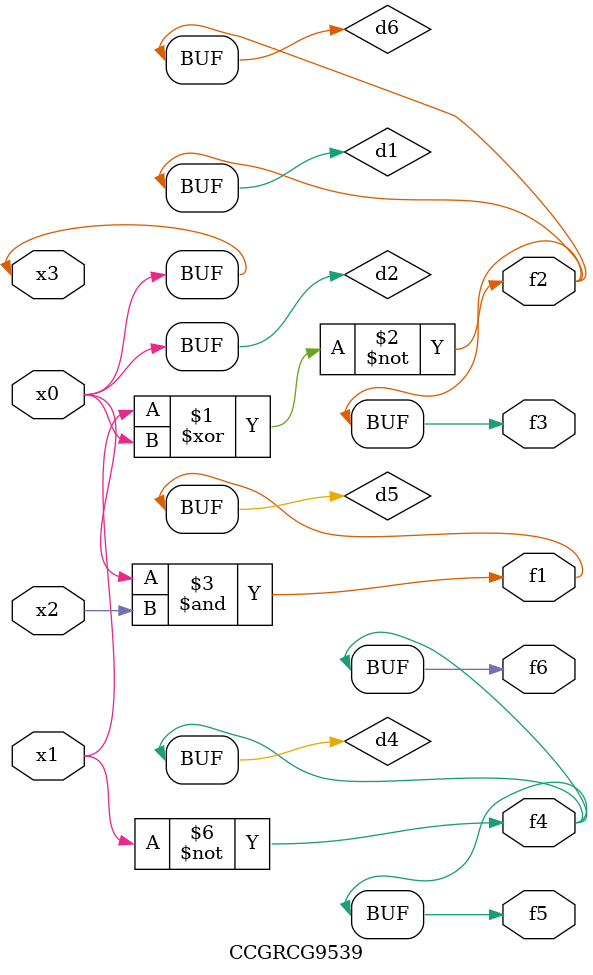
<source format=v>
module CCGRCG9539(
	input x0, x1, x2, x3,
	output f1, f2, f3, f4, f5, f6
);

	wire d1, d2, d3, d4, d5, d6;

	xnor (d1, x1, x3);
	buf (d2, x0, x3);
	nand (d3, x0, x2);
	not (d4, x1);
	nand (d5, d3);
	or (d6, d1);
	assign f1 = d5;
	assign f2 = d6;
	assign f3 = d6;
	assign f4 = d4;
	assign f5 = d4;
	assign f6 = d4;
endmodule

</source>
